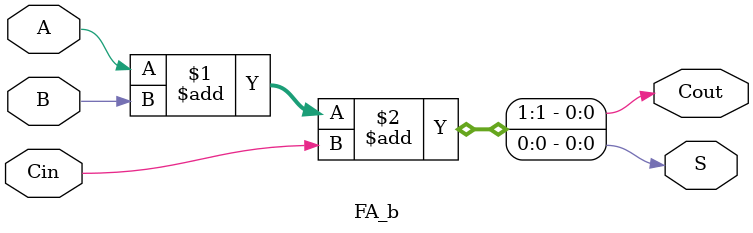
<source format=v>
module FA_b(
    input A,
    input B,
    input Cin,
    output Cout,
    output S
);
    assign {Cout,S} = A + B + Cin;
endmodule

</source>
